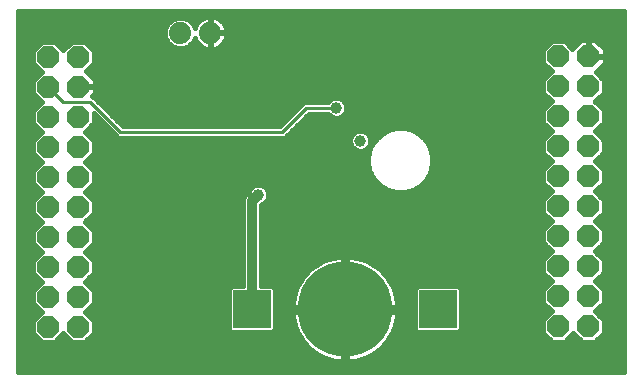
<source format=gbl>
G75*
%MOIN*%
%OFA0B0*%
%FSLAX24Y24*%
%IPPOS*%
%LPD*%
%AMOC8*
5,1,8,0,0,1.08239X$1,22.5*
%
%ADD10OC8,0.0740*%
%ADD11C,0.3150*%
%ADD12R,0.1250X0.1250*%
%ADD13C,0.0740*%
%ADD14C,0.0160*%
%ADD15C,0.0396*%
%ADD16C,0.0100*%
%ADD17C,0.0320*%
D10*
X005880Y006980D03*
X006880Y006980D03*
X006880Y007980D03*
X005880Y007980D03*
X005880Y008980D03*
X006880Y008980D03*
X006880Y009980D03*
X005880Y009980D03*
X005880Y010980D03*
X006880Y010980D03*
X006880Y011980D03*
X005880Y011980D03*
X005880Y012980D03*
X006880Y012980D03*
X006880Y013980D03*
X005880Y013980D03*
X005880Y014980D03*
X006880Y014980D03*
X006880Y015980D03*
X005880Y015980D03*
X022880Y016000D03*
X023880Y016000D03*
X023880Y015000D03*
X022880Y015000D03*
X022880Y014000D03*
X023880Y014000D03*
X023880Y013000D03*
X022880Y013000D03*
X022880Y012000D03*
X023880Y012000D03*
X023880Y011000D03*
X022880Y011000D03*
X022880Y010000D03*
X023880Y010000D03*
X023880Y009000D03*
X022880Y009000D03*
X022880Y008000D03*
X023880Y008000D03*
X023880Y007000D03*
X022880Y007000D03*
D11*
X015770Y007570D03*
D12*
X012670Y007570D03*
X018870Y007570D03*
D13*
X011280Y016780D03*
X010280Y016780D03*
D14*
X004860Y017496D02*
X004860Y005460D01*
X025060Y005460D01*
X025060Y017496D01*
X004860Y017496D01*
X004860Y017343D02*
X025060Y017343D01*
X025060Y017185D02*
X011653Y017185D01*
X011638Y017200D02*
X011568Y017250D01*
X011491Y017290D01*
X011409Y017316D01*
X011323Y017330D01*
X011300Y017330D01*
X011300Y016800D01*
X011260Y016800D01*
X011260Y017330D01*
X011237Y017330D01*
X011151Y017316D01*
X011069Y017290D01*
X010992Y017250D01*
X010922Y017200D01*
X010860Y017138D01*
X010810Y017068D01*
X010770Y016991D01*
X010759Y016956D01*
X010712Y017069D01*
X010569Y017212D01*
X010381Y017290D01*
X010179Y017290D01*
X009991Y017212D01*
X009848Y017069D01*
X009770Y016881D01*
X009770Y016679D01*
X009848Y016491D01*
X009991Y016348D01*
X010179Y016270D01*
X010381Y016270D01*
X010569Y016348D01*
X010712Y016491D01*
X010759Y016604D01*
X010770Y016569D01*
X010810Y016492D01*
X010860Y016422D01*
X010922Y016360D01*
X010992Y016310D01*
X011069Y016270D01*
X011151Y016244D01*
X011237Y016230D01*
X011260Y016230D01*
X011260Y016760D01*
X011300Y016760D01*
X011300Y016800D01*
X011830Y016800D01*
X011830Y016823D01*
X011816Y016909D01*
X011790Y016991D01*
X011750Y017068D01*
X011700Y017138D01*
X011638Y017200D01*
X011772Y017026D02*
X025060Y017026D01*
X025060Y016868D02*
X011823Y016868D01*
X011830Y016760D02*
X011300Y016760D01*
X011300Y016230D01*
X011323Y016230D01*
X011409Y016244D01*
X011491Y016270D01*
X011568Y016310D01*
X011638Y016360D01*
X011700Y016422D01*
X011750Y016492D01*
X011790Y016569D01*
X011816Y016651D01*
X011830Y016737D01*
X011830Y016760D01*
X011826Y016709D02*
X025060Y016709D01*
X025060Y016551D02*
X011780Y016551D01*
X011670Y016392D02*
X022551Y016392D01*
X022669Y016510D02*
X022370Y016211D01*
X022370Y015789D01*
X022659Y015500D01*
X022370Y015211D01*
X022370Y014789D01*
X022659Y014500D01*
X022370Y014211D01*
X022370Y013789D01*
X022659Y013500D01*
X022370Y013211D01*
X022370Y012789D01*
X022659Y012500D01*
X022370Y012211D01*
X022370Y011789D01*
X022659Y011500D01*
X022370Y011211D01*
X022370Y010789D01*
X022659Y010500D01*
X022370Y010211D01*
X022370Y009789D01*
X022659Y009500D01*
X022370Y009211D01*
X022370Y008789D01*
X022659Y008500D01*
X022370Y008211D01*
X022370Y007789D01*
X022659Y007500D01*
X022370Y007211D01*
X022370Y006789D01*
X022669Y006490D01*
X023091Y006490D01*
X023380Y006779D01*
X023669Y006490D01*
X024091Y006490D01*
X024390Y006789D01*
X024390Y007211D01*
X024101Y007500D01*
X024390Y007789D01*
X024390Y008211D01*
X024101Y008500D01*
X024390Y008789D01*
X024390Y009211D01*
X024101Y009500D01*
X024390Y009789D01*
X024390Y010211D01*
X024101Y010500D01*
X024390Y010789D01*
X024390Y011211D01*
X024101Y011500D01*
X024390Y011789D01*
X024390Y012211D01*
X024101Y012500D01*
X024390Y012789D01*
X024390Y013211D01*
X024101Y013500D01*
X024390Y013789D01*
X024390Y014211D01*
X024101Y014500D01*
X024390Y014789D01*
X024390Y015211D01*
X024130Y015472D01*
X024430Y015772D01*
X024430Y015980D01*
X023900Y015980D01*
X023900Y016020D01*
X023860Y016020D01*
X023860Y016550D01*
X023652Y016550D01*
X023352Y016250D01*
X023091Y016510D01*
X022669Y016510D01*
X022392Y016234D02*
X011345Y016234D01*
X011300Y016234D02*
X011260Y016234D01*
X011215Y016234D02*
X007348Y016234D01*
X007390Y016191D02*
X007091Y016490D01*
X006669Y016490D01*
X006380Y016201D01*
X006091Y016490D01*
X005669Y016490D01*
X005370Y016191D01*
X005370Y015769D01*
X005659Y015480D01*
X005370Y015191D01*
X005370Y014769D01*
X005659Y014480D01*
X005370Y014191D01*
X005370Y013769D01*
X005659Y013480D01*
X005370Y013191D01*
X005370Y012769D01*
X005659Y012480D01*
X005370Y012191D01*
X005370Y011769D01*
X005659Y011480D01*
X005370Y011191D01*
X005370Y010769D01*
X005659Y010480D01*
X005370Y010191D01*
X005370Y009769D01*
X005659Y009480D01*
X005370Y009191D01*
X005370Y008769D01*
X005659Y008480D01*
X005370Y008191D01*
X005370Y007769D01*
X005659Y007480D01*
X005370Y007191D01*
X005370Y006769D01*
X005669Y006470D01*
X006091Y006470D01*
X006380Y006759D01*
X006669Y006470D01*
X007091Y006470D01*
X007390Y006769D01*
X007390Y007191D01*
X007101Y007480D01*
X007390Y007769D01*
X007390Y008191D01*
X007101Y008480D01*
X007390Y008769D01*
X007390Y009191D01*
X007101Y009480D01*
X007390Y009769D01*
X007390Y010191D01*
X007101Y010480D01*
X007390Y010769D01*
X007390Y011191D01*
X007101Y011480D01*
X007390Y011769D01*
X007390Y012191D01*
X007101Y012480D01*
X007390Y012769D01*
X007390Y013191D01*
X007101Y013480D01*
X007390Y013769D01*
X007390Y014101D01*
X008090Y013401D01*
X008201Y013290D01*
X013759Y013290D01*
X014559Y014090D01*
X015193Y014090D01*
X015193Y014088D01*
X015288Y013993D01*
X015413Y013942D01*
X015547Y013942D01*
X015672Y013993D01*
X015767Y014088D01*
X015818Y014213D01*
X015818Y014347D01*
X015767Y014472D01*
X015672Y014567D01*
X015547Y014618D01*
X015413Y014618D01*
X015288Y014567D01*
X015193Y014472D01*
X015193Y014470D01*
X014401Y014470D01*
X014290Y014359D01*
X013601Y013670D01*
X008359Y013670D01*
X007359Y014670D01*
X007348Y014670D01*
X007430Y014752D01*
X007430Y014960D01*
X006900Y014960D01*
X006900Y015000D01*
X007430Y015000D01*
X007430Y015208D01*
X007130Y015508D01*
X007390Y015769D01*
X007390Y016191D01*
X007390Y016075D02*
X022370Y016075D01*
X022370Y015917D02*
X007390Y015917D01*
X007379Y015758D02*
X022401Y015758D01*
X022559Y015600D02*
X007221Y015600D01*
X007197Y015441D02*
X022600Y015441D01*
X022441Y015283D02*
X007355Y015283D01*
X007430Y015124D02*
X022370Y015124D01*
X022370Y014966D02*
X006900Y014966D01*
X007430Y014807D02*
X022370Y014807D01*
X022510Y014649D02*
X007380Y014649D01*
X007539Y014490D02*
X015212Y014490D01*
X015748Y014490D02*
X022649Y014490D01*
X022490Y014332D02*
X015818Y014332D01*
X015802Y014173D02*
X022370Y014173D01*
X022370Y014015D02*
X015693Y014015D01*
X015267Y014015D02*
X014483Y014015D01*
X014325Y013856D02*
X022370Y013856D01*
X022461Y013698D02*
X014166Y013698D01*
X014008Y013539D02*
X017229Y013539D01*
X017204Y013532D02*
X016960Y013391D01*
X016760Y013192D01*
X016619Y012948D01*
X016546Y012676D01*
X016546Y012394D01*
X016619Y012121D01*
X016760Y011877D01*
X016960Y011678D01*
X017204Y011537D01*
X017476Y011464D01*
X017758Y011464D01*
X018030Y011537D01*
X018274Y011678D01*
X018474Y011877D01*
X018614Y012121D01*
X018687Y012394D01*
X018687Y012676D01*
X018614Y012948D01*
X018474Y013192D01*
X018274Y013391D01*
X018030Y013532D01*
X017758Y013605D01*
X017476Y013605D01*
X017204Y013532D01*
X016949Y013381D02*
X016558Y013381D01*
X016567Y013372D02*
X016472Y013467D01*
X016347Y013518D01*
X016213Y013518D01*
X016088Y013467D01*
X015993Y013372D01*
X015942Y013247D01*
X015942Y013113D01*
X015993Y012988D01*
X016088Y012893D01*
X016213Y012842D01*
X016347Y012842D01*
X016472Y012893D01*
X016567Y012988D01*
X016618Y013113D01*
X016618Y013247D01*
X016567Y013372D01*
X016618Y013222D02*
X016790Y013222D01*
X016686Y013064D02*
X016598Y013064D01*
X016608Y012905D02*
X016483Y012905D01*
X016565Y012747D02*
X007368Y012747D01*
X007390Y012905D02*
X016077Y012905D01*
X015962Y013064D02*
X007390Y013064D01*
X007359Y013222D02*
X015942Y013222D01*
X016002Y013381D02*
X013849Y013381D01*
X013629Y013698D02*
X008331Y013698D01*
X008173Y013856D02*
X013787Y013856D01*
X013946Y014015D02*
X008014Y014015D01*
X007856Y014173D02*
X014104Y014173D01*
X014263Y014332D02*
X007697Y014332D01*
X007477Y014015D02*
X007390Y014015D01*
X007390Y013856D02*
X007635Y013856D01*
X007794Y013698D02*
X007319Y013698D01*
X007160Y013539D02*
X007952Y013539D01*
X008111Y013381D02*
X007201Y013381D01*
X007209Y012588D02*
X016546Y012588D01*
X016546Y012430D02*
X007152Y012430D01*
X007310Y012271D02*
X016579Y012271D01*
X016624Y012113D02*
X007390Y012113D01*
X007390Y011954D02*
X016716Y011954D01*
X016842Y011796D02*
X007390Y011796D01*
X007258Y011637D02*
X012659Y011637D01*
X012688Y011667D02*
X012593Y011572D01*
X012555Y011480D01*
X012416Y011340D01*
X012370Y011230D01*
X012370Y008335D01*
X011987Y008335D01*
X011905Y008253D01*
X011905Y006887D01*
X011987Y006805D01*
X013353Y006805D01*
X013435Y006887D01*
X013435Y008253D01*
X013353Y008335D01*
X012970Y008335D01*
X012970Y011046D01*
X012980Y011055D01*
X013072Y011093D01*
X013167Y011188D01*
X013218Y011313D01*
X013218Y011447D01*
X013167Y011572D01*
X013072Y011667D01*
X012947Y011718D01*
X012813Y011718D01*
X012688Y011667D01*
X012554Y011479D02*
X007103Y011479D01*
X007261Y011320D02*
X012407Y011320D01*
X012370Y011162D02*
X007390Y011162D01*
X007390Y011003D02*
X012370Y011003D01*
X012370Y010845D02*
X007390Y010845D01*
X007307Y010686D02*
X012370Y010686D01*
X012370Y010528D02*
X007149Y010528D01*
X007212Y010369D02*
X012370Y010369D01*
X012370Y010211D02*
X007371Y010211D01*
X007390Y010052D02*
X012370Y010052D01*
X012370Y009894D02*
X007390Y009894D01*
X007356Y009735D02*
X012370Y009735D01*
X012370Y009577D02*
X007198Y009577D01*
X007163Y009418D02*
X012370Y009418D01*
X012370Y009260D02*
X007322Y009260D01*
X007390Y009101D02*
X012370Y009101D01*
X012370Y008943D02*
X007390Y008943D01*
X007390Y008784D02*
X012370Y008784D01*
X012370Y008626D02*
X007247Y008626D01*
X007114Y008467D02*
X012370Y008467D01*
X011961Y008309D02*
X007273Y008309D01*
X007390Y008150D02*
X011905Y008150D01*
X011905Y007992D02*
X007390Y007992D01*
X007390Y007833D02*
X011905Y007833D01*
X011905Y007675D02*
X007296Y007675D01*
X007137Y007516D02*
X011905Y007516D01*
X011905Y007358D02*
X007224Y007358D01*
X007382Y007199D02*
X011905Y007199D01*
X011905Y007041D02*
X007390Y007041D01*
X007390Y006882D02*
X011910Y006882D01*
X013430Y006882D02*
X014155Y006882D01*
X014147Y006898D02*
X014212Y006759D01*
X014289Y006626D01*
X014376Y006501D01*
X014475Y006383D01*
X014583Y006275D01*
X014701Y006176D01*
X014826Y006089D01*
X014959Y006012D01*
X015098Y005947D01*
X015242Y005895D01*
X015390Y005855D01*
X015541Y005829D01*
X015690Y005815D01*
X015690Y007490D01*
X015850Y007490D01*
X015850Y007650D01*
X017525Y007650D01*
X017511Y007799D01*
X017485Y007950D01*
X017445Y008098D01*
X017393Y008242D01*
X017328Y008381D01*
X017251Y008514D01*
X017164Y008639D01*
X017065Y008757D01*
X016957Y008865D01*
X016839Y008964D01*
X016714Y009051D01*
X016581Y009128D01*
X016442Y009193D01*
X016298Y009245D01*
X016150Y009285D01*
X015999Y009311D01*
X015850Y009325D01*
X015850Y007650D01*
X015690Y007650D01*
X015690Y009325D01*
X015541Y009311D01*
X015390Y009285D01*
X015242Y009245D01*
X015098Y009193D01*
X014959Y009128D01*
X014826Y009051D01*
X014701Y008964D01*
X014583Y008865D01*
X014475Y008757D01*
X014376Y008639D01*
X014289Y008514D01*
X014212Y008381D01*
X014147Y008242D01*
X014095Y008098D01*
X014055Y007950D01*
X014029Y007799D01*
X014015Y007650D01*
X015690Y007650D01*
X015690Y007490D01*
X014015Y007490D01*
X014029Y007341D01*
X014055Y007190D01*
X014095Y007042D01*
X014147Y006898D01*
X014095Y007041D02*
X013435Y007041D01*
X013435Y007199D02*
X014054Y007199D01*
X014027Y007358D02*
X013435Y007358D01*
X013435Y007516D02*
X015690Y007516D01*
X015690Y007358D02*
X015850Y007358D01*
X015850Y007490D02*
X015850Y005815D01*
X015999Y005829D01*
X016150Y005855D01*
X016298Y005895D01*
X016442Y005947D01*
X016581Y006012D01*
X016714Y006089D01*
X016839Y006176D01*
X016957Y006275D01*
X017065Y006383D01*
X017164Y006501D01*
X017251Y006626D01*
X017328Y006759D01*
X017393Y006898D01*
X017445Y007042D01*
X017485Y007190D01*
X017511Y007341D01*
X017525Y007490D01*
X015850Y007490D01*
X015850Y007516D02*
X018105Y007516D01*
X018105Y007358D02*
X017513Y007358D01*
X017486Y007199D02*
X018105Y007199D01*
X018105Y007041D02*
X017445Y007041D01*
X017385Y006882D02*
X018110Y006882D01*
X018105Y006887D02*
X018187Y006805D01*
X019553Y006805D01*
X019635Y006887D01*
X019635Y008253D01*
X019553Y008335D01*
X018187Y008335D01*
X018105Y008253D01*
X018105Y006887D01*
X017308Y006724D02*
X022435Y006724D01*
X022370Y006882D02*
X019630Y006882D01*
X019635Y007041D02*
X022370Y007041D01*
X022370Y007199D02*
X019635Y007199D01*
X019635Y007358D02*
X022516Y007358D01*
X022643Y007516D02*
X019635Y007516D01*
X019635Y007675D02*
X022484Y007675D01*
X022370Y007833D02*
X019635Y007833D01*
X019635Y007992D02*
X022370Y007992D01*
X022370Y008150D02*
X019635Y008150D01*
X019579Y008309D02*
X022467Y008309D01*
X022626Y008467D02*
X017278Y008467D01*
X017362Y008309D02*
X018161Y008309D01*
X018105Y008150D02*
X017426Y008150D01*
X017474Y007992D02*
X018105Y007992D01*
X018105Y007833D02*
X017505Y007833D01*
X017522Y007675D02*
X018105Y007675D01*
X017173Y008626D02*
X022533Y008626D01*
X022375Y008784D02*
X017038Y008784D01*
X016864Y008943D02*
X022370Y008943D01*
X022370Y009101D02*
X016628Y009101D01*
X016245Y009260D02*
X022418Y009260D01*
X022577Y009418D02*
X012970Y009418D01*
X012970Y009260D02*
X015295Y009260D01*
X014912Y009101D02*
X012970Y009101D01*
X012970Y008943D02*
X014676Y008943D01*
X014502Y008784D02*
X012970Y008784D01*
X012970Y008626D02*
X014367Y008626D01*
X014262Y008467D02*
X012970Y008467D01*
X013379Y008309D02*
X014178Y008309D01*
X014114Y008150D02*
X013435Y008150D01*
X013435Y007992D02*
X014066Y007992D01*
X014035Y007833D02*
X013435Y007833D01*
X013435Y007675D02*
X014018Y007675D01*
X014232Y006724D02*
X007345Y006724D01*
X007186Y006565D02*
X014331Y006565D01*
X014456Y006407D02*
X004860Y006407D01*
X004860Y006565D02*
X005574Y006565D01*
X005415Y006724D02*
X004860Y006724D01*
X004860Y006882D02*
X005370Y006882D01*
X005370Y007041D02*
X004860Y007041D01*
X004860Y007199D02*
X005378Y007199D01*
X005536Y007358D02*
X004860Y007358D01*
X004860Y007516D02*
X005623Y007516D01*
X005464Y007675D02*
X004860Y007675D01*
X004860Y007833D02*
X005370Y007833D01*
X005370Y007992D02*
X004860Y007992D01*
X004860Y008150D02*
X005370Y008150D01*
X005487Y008309D02*
X004860Y008309D01*
X004860Y008467D02*
X005646Y008467D01*
X005513Y008626D02*
X004860Y008626D01*
X004860Y008784D02*
X005370Y008784D01*
X005370Y008943D02*
X004860Y008943D01*
X004860Y009101D02*
X005370Y009101D01*
X005438Y009260D02*
X004860Y009260D01*
X004860Y009418D02*
X005597Y009418D01*
X005562Y009577D02*
X004860Y009577D01*
X004860Y009735D02*
X005404Y009735D01*
X005370Y009894D02*
X004860Y009894D01*
X004860Y010052D02*
X005370Y010052D01*
X005389Y010211D02*
X004860Y010211D01*
X004860Y010369D02*
X005548Y010369D01*
X005611Y010528D02*
X004860Y010528D01*
X004860Y010686D02*
X005453Y010686D01*
X005370Y010845D02*
X004860Y010845D01*
X004860Y011003D02*
X005370Y011003D01*
X005370Y011162D02*
X004860Y011162D01*
X004860Y011320D02*
X005499Y011320D01*
X005657Y011479D02*
X004860Y011479D01*
X004860Y011637D02*
X005502Y011637D01*
X005370Y011796D02*
X004860Y011796D01*
X004860Y011954D02*
X005370Y011954D01*
X005370Y012113D02*
X004860Y012113D01*
X004860Y012271D02*
X005450Y012271D01*
X005608Y012430D02*
X004860Y012430D01*
X004860Y012588D02*
X005551Y012588D01*
X005392Y012747D02*
X004860Y012747D01*
X004860Y012905D02*
X005370Y012905D01*
X005370Y013064D02*
X004860Y013064D01*
X004860Y013222D02*
X005401Y013222D01*
X005559Y013381D02*
X004860Y013381D01*
X004860Y013539D02*
X005600Y013539D01*
X005441Y013698D02*
X004860Y013698D01*
X004860Y013856D02*
X005370Y013856D01*
X005370Y014015D02*
X004860Y014015D01*
X004860Y014173D02*
X005370Y014173D01*
X005510Y014332D02*
X004860Y014332D01*
X004860Y014490D02*
X005649Y014490D01*
X005490Y014649D02*
X004860Y014649D01*
X004860Y014807D02*
X005370Y014807D01*
X005370Y014966D02*
X004860Y014966D01*
X004860Y015124D02*
X005370Y015124D01*
X005461Y015283D02*
X004860Y015283D01*
X004860Y015441D02*
X005620Y015441D01*
X005539Y015600D02*
X004860Y015600D01*
X004860Y015758D02*
X005381Y015758D01*
X005370Y015917D02*
X004860Y015917D01*
X004860Y016075D02*
X005370Y016075D01*
X005412Y016234D02*
X004860Y016234D01*
X004860Y016392D02*
X005571Y016392D01*
X004860Y016551D02*
X009823Y016551D01*
X009770Y016709D02*
X004860Y016709D01*
X004860Y016868D02*
X009770Y016868D01*
X009830Y017026D02*
X004860Y017026D01*
X004860Y017185D02*
X009963Y017185D01*
X010597Y017185D02*
X010907Y017185D01*
X010788Y017026D02*
X010730Y017026D01*
X010737Y016551D02*
X010780Y016551D01*
X010890Y016392D02*
X010613Y016392D01*
X011260Y016392D02*
X011300Y016392D01*
X011300Y016551D02*
X011260Y016551D01*
X011260Y016709D02*
X011300Y016709D01*
X011300Y016868D02*
X011260Y016868D01*
X011260Y017026D02*
X011300Y017026D01*
X011300Y017185D02*
X011260Y017185D01*
X009947Y016392D02*
X007189Y016392D01*
X006571Y016392D02*
X006189Y016392D01*
X006348Y016234D02*
X006412Y016234D01*
X013101Y011637D02*
X017030Y011637D01*
X017422Y011479D02*
X013205Y011479D01*
X013218Y011320D02*
X022479Y011320D01*
X022370Y011162D02*
X013140Y011162D01*
X012970Y011003D02*
X022370Y011003D01*
X022370Y010845D02*
X012970Y010845D01*
X012970Y010686D02*
X022473Y010686D01*
X022631Y010528D02*
X012970Y010528D01*
X012970Y010369D02*
X022528Y010369D01*
X022370Y010211D02*
X012970Y010211D01*
X012970Y010052D02*
X022370Y010052D01*
X022370Y009894D02*
X012970Y009894D01*
X012970Y009735D02*
X022424Y009735D01*
X022582Y009577D02*
X012970Y009577D01*
X015690Y009260D02*
X015850Y009260D01*
X015850Y009101D02*
X015690Y009101D01*
X015690Y008943D02*
X015850Y008943D01*
X015850Y008784D02*
X015690Y008784D01*
X015690Y008626D02*
X015850Y008626D01*
X015850Y008467D02*
X015690Y008467D01*
X015690Y008309D02*
X015850Y008309D01*
X015850Y008150D02*
X015690Y008150D01*
X015690Y007992D02*
X015850Y007992D01*
X015850Y007833D02*
X015690Y007833D01*
X015690Y007675D02*
X015850Y007675D01*
X015850Y007199D02*
X015690Y007199D01*
X015690Y007041D02*
X015850Y007041D01*
X015850Y006882D02*
X015690Y006882D01*
X015690Y006724D02*
X015850Y006724D01*
X015850Y006565D02*
X015690Y006565D01*
X015690Y006407D02*
X015850Y006407D01*
X015850Y006248D02*
X015690Y006248D01*
X015690Y006090D02*
X015850Y006090D01*
X015850Y005931D02*
X015690Y005931D01*
X015142Y005931D02*
X004860Y005931D01*
X004860Y005773D02*
X025060Y005773D01*
X025060Y005931D02*
X016398Y005931D01*
X016715Y006090D02*
X025060Y006090D01*
X025060Y006248D02*
X016924Y006248D01*
X017084Y006407D02*
X025060Y006407D01*
X025060Y006565D02*
X024166Y006565D01*
X024325Y006724D02*
X025060Y006724D01*
X025060Y006882D02*
X024390Y006882D01*
X024390Y007041D02*
X025060Y007041D01*
X025060Y007199D02*
X024390Y007199D01*
X024244Y007358D02*
X025060Y007358D01*
X025060Y007516D02*
X024117Y007516D01*
X024276Y007675D02*
X025060Y007675D01*
X025060Y007833D02*
X024390Y007833D01*
X024390Y007992D02*
X025060Y007992D01*
X025060Y008150D02*
X024390Y008150D01*
X024293Y008309D02*
X025060Y008309D01*
X025060Y008467D02*
X024134Y008467D01*
X024227Y008626D02*
X025060Y008626D01*
X025060Y008784D02*
X024385Y008784D01*
X024390Y008943D02*
X025060Y008943D01*
X025060Y009101D02*
X024390Y009101D01*
X024342Y009260D02*
X025060Y009260D01*
X025060Y009418D02*
X024183Y009418D01*
X024178Y009577D02*
X025060Y009577D01*
X025060Y009735D02*
X024336Y009735D01*
X024390Y009894D02*
X025060Y009894D01*
X025060Y010052D02*
X024390Y010052D01*
X024390Y010211D02*
X025060Y010211D01*
X025060Y010369D02*
X024232Y010369D01*
X024129Y010528D02*
X025060Y010528D01*
X025060Y010686D02*
X024287Y010686D01*
X024390Y010845D02*
X025060Y010845D01*
X025060Y011003D02*
X024390Y011003D01*
X024390Y011162D02*
X025060Y011162D01*
X025060Y011320D02*
X024281Y011320D01*
X024123Y011479D02*
X025060Y011479D01*
X025060Y011637D02*
X024238Y011637D01*
X024390Y011796D02*
X025060Y011796D01*
X025060Y011954D02*
X024390Y011954D01*
X024390Y012113D02*
X025060Y012113D01*
X025060Y012271D02*
X024330Y012271D01*
X024172Y012430D02*
X025060Y012430D01*
X025060Y012588D02*
X024189Y012588D01*
X024348Y012747D02*
X025060Y012747D01*
X025060Y012905D02*
X024390Y012905D01*
X024390Y013064D02*
X025060Y013064D01*
X025060Y013222D02*
X024379Y013222D01*
X024221Y013381D02*
X025060Y013381D01*
X025060Y013539D02*
X024140Y013539D01*
X024299Y013698D02*
X025060Y013698D01*
X025060Y013856D02*
X024390Y013856D01*
X024390Y014015D02*
X025060Y014015D01*
X025060Y014173D02*
X024390Y014173D01*
X024270Y014332D02*
X025060Y014332D01*
X025060Y014490D02*
X024111Y014490D01*
X024250Y014649D02*
X025060Y014649D01*
X025060Y014807D02*
X024390Y014807D01*
X024390Y014966D02*
X025060Y014966D01*
X025060Y015124D02*
X024390Y015124D01*
X024319Y015283D02*
X025060Y015283D01*
X025060Y015441D02*
X024160Y015441D01*
X024257Y015600D02*
X025060Y015600D01*
X025060Y015758D02*
X024416Y015758D01*
X024430Y015917D02*
X025060Y015917D01*
X025060Y016075D02*
X024430Y016075D01*
X024430Y016020D02*
X024430Y016228D01*
X024108Y016550D01*
X023900Y016550D01*
X023900Y016020D01*
X024430Y016020D01*
X024424Y016234D02*
X025060Y016234D01*
X025060Y016392D02*
X024266Y016392D01*
X023900Y016392D02*
X023860Y016392D01*
X023860Y016234D02*
X023900Y016234D01*
X023900Y016075D02*
X023860Y016075D01*
X023494Y016392D02*
X023209Y016392D01*
X022620Y013539D02*
X018005Y013539D01*
X018285Y013381D02*
X022539Y013381D01*
X022381Y013222D02*
X018443Y013222D01*
X018548Y013064D02*
X022370Y013064D01*
X022370Y012905D02*
X018626Y012905D01*
X018668Y012747D02*
X022412Y012747D01*
X022571Y012588D02*
X018687Y012588D01*
X018687Y012430D02*
X022588Y012430D01*
X022430Y012271D02*
X018655Y012271D01*
X018609Y012113D02*
X022370Y012113D01*
X022370Y011954D02*
X018518Y011954D01*
X018392Y011796D02*
X022370Y011796D01*
X022522Y011637D02*
X018203Y011637D01*
X017812Y011479D02*
X022637Y011479D01*
X023325Y006724D02*
X023435Y006724D01*
X023594Y006565D02*
X023166Y006565D01*
X022594Y006565D02*
X017209Y006565D01*
X014825Y006090D02*
X004860Y006090D01*
X004860Y006248D02*
X014616Y006248D01*
X006574Y006565D02*
X006186Y006565D01*
X006345Y006724D02*
X006415Y006724D01*
X004860Y005614D02*
X025060Y005614D01*
D15*
X021080Y007980D03*
X019280Y010080D03*
X015580Y010680D03*
X012880Y011380D03*
X009880Y012280D03*
X010080Y014280D03*
X015480Y014280D03*
X015480Y013680D03*
X016280Y013180D03*
X019380Y014280D03*
D16*
X015480Y014280D02*
X014480Y014280D01*
X013680Y013480D01*
X008280Y013480D01*
X007280Y014480D01*
X006380Y014480D01*
X005880Y014980D01*
D17*
X012670Y011170D02*
X012880Y011380D01*
X012670Y011170D02*
X012670Y007570D01*
M02*

</source>
